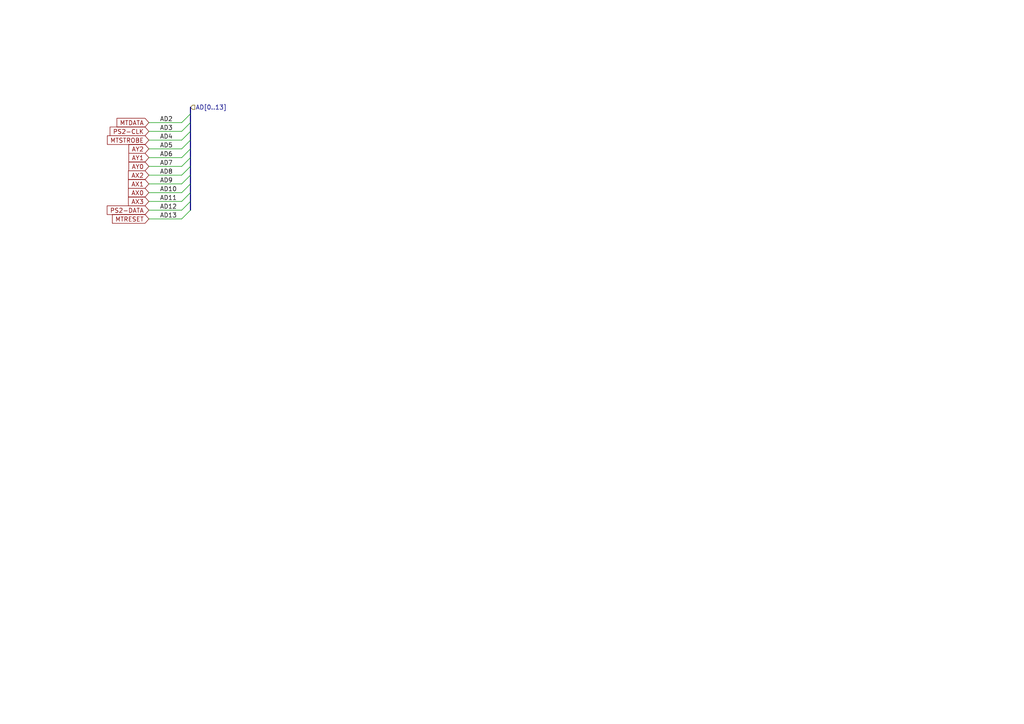
<source format=kicad_sch>
(kicad_sch (version 20211123) (generator eeschema)
  (paper "A4")
  (lib_symbols)
  (bus_entry (at 52.705 50.8) (size 2.54 -2.54))
  (bus_entry (at 52.705 63.5) (size 2.54 -2.54))
  (bus_entry (at 52.705 43.18) (size 2.54 -2.54))
  (bus_entry (at 52.705 60.96) (size 2.54 -2.54))
  (bus_entry (at 52.705 55.88) (size 2.54 -2.54))
  (bus_entry (at 52.705 40.64) (size 2.54 -2.54))
  (bus_entry (at 52.705 45.72) (size 2.54 -2.54))
  (bus_entry (at 52.705 48.26) (size 2.54 -2.54))
  (bus_entry (at 52.705 58.42) (size 2.54 -2.54))
  (bus_entry (at 52.705 53.34) (size 2.54 -2.54))
  (bus_entry (at 52.705 35.56) (size 2.54 -2.54))
  (bus_entry (at 52.705 38.1) (size 2.54 -2.54))
  (bus (pts (xy 55.245 33.02) (xy 55.245 35.56)))
  (wire (pts (xy 43.18 35.56) (xy 52.705 35.56)))
  (wire (pts (xy 43.18 38.1) (xy 52.705 38.1)))
  (wire (pts (xy 43.18 50.8) (xy 52.705 50.8)))
  (bus (pts (xy 55.245 58.42) (xy 55.245 60.96)))
  (bus (pts (xy 55.245 38.1) (xy 55.245 40.64)))
  (wire (pts (xy 43.18 53.34) (xy 52.705 53.34)))
  (bus (pts (xy 55.245 50.8) (xy 55.245 53.34)))
  (bus (pts (xy 55.245 43.18) (xy 55.245 45.72)))
  (wire (pts (xy 43.18 55.88) (xy 52.705 55.88)))
  (bus (pts (xy 55.245 55.88) (xy 55.245 58.42)))
  (wire (pts (xy 43.18 60.96) (xy 52.705 60.96)))
  (wire (pts (xy 43.18 45.72) (xy 52.705 45.72)))
  (bus (pts (xy 55.245 35.56) (xy 55.245 38.1)))
  (bus (pts (xy 55.245 40.64) (xy 55.245 43.18)))
  (bus (pts (xy 55.245 53.34) (xy 55.245 55.88)))
  (wire (pts (xy 43.18 58.42) (xy 52.705 58.42)))
  (wire (pts (xy 43.18 63.5) (xy 52.705 63.5)))
  (wire (pts (xy 43.18 48.26) (xy 52.705 48.26)))
  (wire (pts (xy 43.18 40.64) (xy 52.705 40.64)))
  (wire (pts (xy 43.18 43.18) (xy 52.705 43.18)))
  (bus (pts (xy 55.245 31.115) (xy 55.245 33.02)))
  (bus (pts (xy 55.245 48.26) (xy 55.245 50.8)))
  (bus (pts (xy 55.245 45.72) (xy 55.245 48.26)))
  (label "AD6" (at 46.355 45.72 0))
  (label "AD9" (at 46.355 53.34 0))
  (label "AD10" (at 46.355 55.88 0))
  (label "AD3" (at 46.355 38.1 0))
  (label "AD13" (at 46.355 63.5 0))
  (label "AD11" (at 46.355 58.42 0))
  (label "AD8" (at 46.355 50.8 0))
  (label "AD2" (at 46.355 35.56 0))
  (label "AD12" (at 46.355 60.96 0))
  (label "AD5" (at 46.355 43.18 0))
  (label "AD4" (at 46.355 40.64 0))
  (label "AD7" (at 46.355 48.26 0))
  (global_label "PS2-DATA" (shape input) (at 43.18 60.96 180) (property "Intersheet References" "${INTERSHEET_REFS}" (effects hide)))
  (global_label "AX2" (shape input) (at 43.18 50.8 180) (property "Intersheet References" "${INTERSHEET_REFS}" (effects hide)))
  (global_label "MTDATA" (shape input) (at 43.18 35.56 180) (property "Intersheet References" "${INTERSHEET_REFS}" (effects hide)))
  (global_label "AX0" (shape input) (at 43.18 55.88 180) (property "Intersheet References" "${INTERSHEET_REFS}" (effects hide)))
  (global_label "AX3" (shape input) (at 43.18 58.42 180) (property "Intersheet References" "${INTERSHEET_REFS}" (effects hide)))
  (global_label "AX1" (shape input) (at 43.18 53.34 180) (property "Intersheet References" "${INTERSHEET_REFS}" (effects hide)))
  (global_label "AY2" (shape input) (at 43.18 43.18 180) (property "Intersheet References" "${INTERSHEET_REFS}" (effects hide)))
  (global_label "PS2-CLK" (shape input) (at 43.18 38.1 180) (property "Intersheet References" "${INTERSHEET_REFS}" (effects hide)))
  (global_label "MTSTROBE" (shape input) (at 43.18 40.64 180) (property "Intersheet References" "${INTERSHEET_REFS}" (effects hide)))
  (global_label "MTRESET" (shape input) (at 43.18 63.5 180) (property "Intersheet References" "${INTERSHEET_REFS}" (effects hide)))
  (global_label "AY1" (shape input) (at 43.18 45.72 180) (property "Intersheet References" "${INTERSHEET_REFS}" (effects hide)))
  (global_label "AY0" (shape input) (at 43.18 48.26 180) (property "Intersheet References" "${INTERSHEET_REFS}" (effects hide)))
  (hierarchical_label "AD[0..13]" (shape input) (at 55.245 31.115 0))
)
</source>
